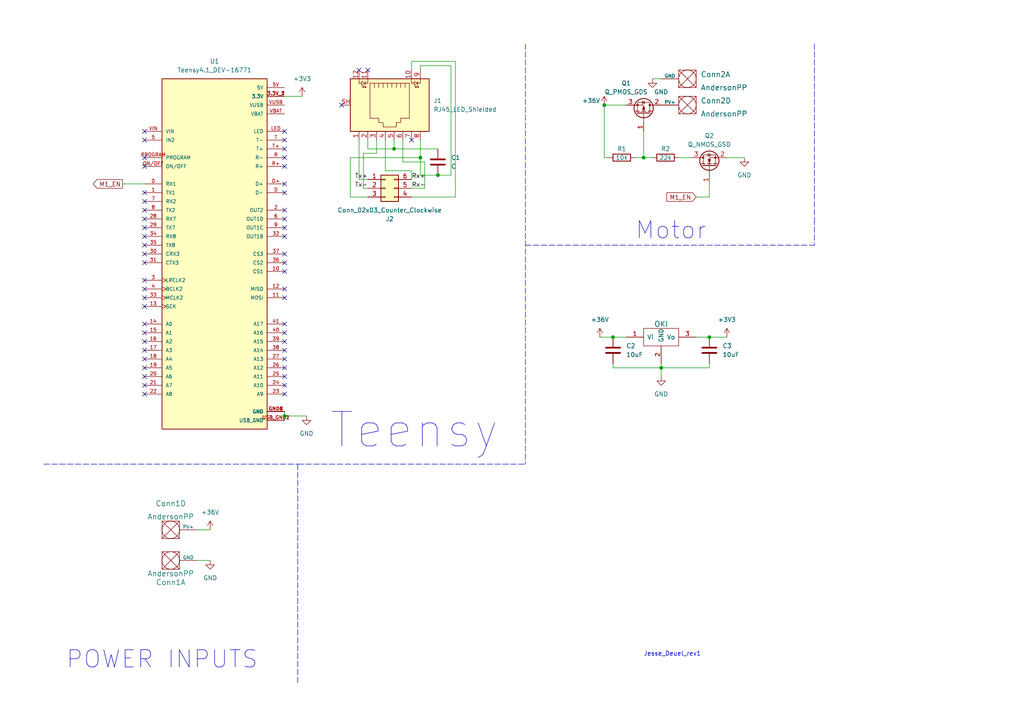
<source format=kicad_sch>
(kicad_sch (version 20211123) (generator eeschema)
  (paper "A4")
  (lib_symbols
    (symbol "Connector:RJ45_LED_Shielded" (pin_names (offset 1.016))
      (property "Reference" "J" (at -5.08 13.97 0))
      (property "Value" "RJ45_LED_Shielded" (at 1.27 13.97 0))
      (symbol "RJ45_LED_Shielded_0_1"
        (polyline (pts (xy -7.62 -7.62) (xy -6.35 -7.62)))
        (polyline (pts (xy -7.62 -5.08) (xy -6.35 -5.08)))
        (polyline (pts (xy -7.62 7.62) (xy -6.35 7.62)))
        (polyline (pts (xy -7.62 10.16) (xy -6.35 10.16)))
        (polyline (pts (xy -6.858 -5.842) (xy -5.842 -5.842)))
        (polyline (pts (xy -6.858 9.398) (xy -5.842 9.398)))
        (polyline (pts (xy -6.35 -7.62) (xy -6.35 -6.858)))
        (polyline (pts (xy -6.35 -5.08) (xy -6.35 -5.842)))
        (polyline (pts (xy -6.35 7.62) (xy -6.35 8.382)))
        (polyline (pts (xy -6.35 10.16) (xy -6.35 9.398)))
        (polyline (pts (xy -5.08 -6.223) (xy -5.207 -6.604)))
        (polyline (pts (xy -5.08 -5.588) (xy -5.207 -5.969)))
        (polyline (pts (xy -5.08 4.445) (xy -6.35 4.445)))
        (polyline (pts (xy -5.08 5.715) (xy -6.35 5.715)))
        (polyline (pts (xy -5.08 9.017) (xy -5.207 8.636)))
        (polyline (pts (xy -5.08 9.652) (xy -5.207 9.271)))
        (polyline (pts (xy -6.35 -3.175) (xy -5.08 -3.175) (xy -5.08 -3.175)))
        (polyline (pts (xy -6.35 -1.905) (xy -5.08 -1.905) (xy -5.08 -1.905)))
        (polyline (pts (xy -6.35 -0.635) (xy -5.08 -0.635) (xy -5.08 -0.635)))
        (polyline (pts (xy -6.35 0.635) (xy -5.08 0.635) (xy -5.08 0.635)))
        (polyline (pts (xy -6.35 1.905) (xy -5.08 1.905) (xy -5.08 1.905)))
        (polyline (pts (xy -5.588 -6.731) (xy -5.08 -6.223) (xy -5.461 -6.35)))
        (polyline (pts (xy -5.588 -6.096) (xy -5.08 -5.588) (xy -5.461 -5.715)))
        (polyline (pts (xy -5.588 8.509) (xy -5.08 9.017) (xy -5.461 8.89)))
        (polyline (pts (xy -5.588 9.144) (xy -5.08 9.652) (xy -5.461 9.525)))
        (polyline (pts (xy -5.08 3.175) (xy -6.35 3.175) (xy -6.35 3.175)))
        (polyline (pts (xy -6.35 -5.842) (xy -6.858 -6.858) (xy -5.842 -6.858) (xy -6.35 -5.842)))
        (polyline (pts (xy -6.35 9.398) (xy -6.858 8.382) (xy -5.842 8.382) (xy -6.35 9.398)))
        (polyline (pts (xy -6.35 -4.445) (xy -6.35 6.985) (xy 3.81 6.985) (xy 3.81 4.445) (xy 5.08 4.445) (xy 5.08 3.175) (xy 6.35 3.175) (xy 6.35 -0.635) (xy 5.08 -0.635) (xy 5.08 -1.905) (xy 3.81 -1.905) (xy 3.81 -4.445) (xy -6.35 -4.445) (xy -6.35 -4.445)))
        (rectangle (start 7.62 12.7) (end -7.62 -10.16) (stroke (width 0.254)) (fill (type background)))
      )
      (symbol "RJ45_LED_Shielded_1_1"
        (pin passive line (at 10.16 -7.62 180) (length 2.54) (name "~") (number "1"))
        (pin passive line (at -10.16 7.62 0) (length 2.54) (name "~") (number "10"))
        (pin passive line (at -10.16 -5.08 0) (length 2.54) (name "~") (number "11"))
        (pin passive line (at -10.16 -7.62 0) (length 2.54) (name "~") (number "12"))
        (pin passive line (at 10.16 -5.08 180) (length 2.54) (name "~") (number "2"))
        (pin passive line (at 10.16 -2.54 180) (length 2.54) (name "~") (number "3"))
        (pin passive line (at 10.16 0 180) (length 2.54) (name "~") (number "4"))
        (pin passive line (at 10.16 2.54 180) (length 2.54) (name "~") (number "5"))
        (pin passive line (at 10.16 5.08 180) (length 2.54) (name "~") (number "6"))
        (pin passive line (at 10.16 7.62 180) (length 2.54) (name "~") (number "7"))
        (pin passive line (at 10.16 10.16 180) (length 2.54) (name "~") (number "8"))
        (pin passive line (at -10.16 10.16 0) (length 2.54) (name "~") (number "9"))
        (pin passive line (at 0 -12.7 90) (length 2.54) (name "~") (number "SH"))
      )
    )
    (symbol "Connector_Generic:Conn_02x03_Counter_Clockwise" (pin_names (offset 1.016) hide)
      (property "Reference" "J" (at 1.27 5.08 0))
      (property "Value" "Conn_02x03_Counter_Clockwise" (at 1.27 -5.08 0))
      (symbol "Conn_02x03_Counter_Clockwise_1_1"
        (rectangle (start -1.27 -2.413) (end 0 -2.667) (stroke (width 0.1524)))
        (rectangle (start -1.27 0.127) (end 0 -0.127) (stroke (width 0.1524)))
        (rectangle (start -1.27 2.667) (end 0 2.413) (stroke (width 0.1524)))
        (rectangle (start -1.27 3.81) (end 3.81 -3.81) (stroke (width 0.254)) (fill (type background)))
        (rectangle (start 3.81 -2.413) (end 2.54 -2.667) (stroke (width 0.1524)))
        (rectangle (start 3.81 0.127) (end 2.54 -0.127) (stroke (width 0.1524)))
        (rectangle (start 3.81 2.667) (end 2.54 2.413) (stroke (width 0.1524)))
        (pin passive line (at -5.08 2.54 0) (length 3.81) (name "Pin_1") (number "1"))
        (pin passive line (at -5.08 0 0) (length 3.81) (name "Pin_2") (number "2"))
        (pin passive line (at -5.08 -2.54 0) (length 3.81) (name "Pin_3") (number "3"))
        (pin passive line (at 7.62 -2.54 180) (length 3.81) (name "Pin_4") (number "4"))
        (pin passive line (at 7.62 0 180) (length 3.81) (name "Pin_5") (number "5"))
        (pin passive line (at 7.62 2.54 180) (length 3.81) (name "Pin_6") (number "6"))
      )
    )
    (symbol "Device:C" (pin_numbers hide) (pin_names (offset 0.254))
      (property "Reference" "C" (at 0.635 2.54 0))
      (property "Value" "C" (at 0.635 -2.54 0))
      (symbol "C_0_1"
        (polyline (pts (xy -2.032 -0.762) (xy 2.032 -0.762)) (stroke (width 0.508)))
        (polyline (pts (xy -2.032 0.762) (xy 2.032 0.762)) (stroke (width 0.508)))
      )
      (symbol "C_1_1"
        (pin passive line (at 0 3.81 270) (length 2.794) (name "~") (number "1"))
        (pin passive line (at 0 -3.81 90) (length 2.794) (name "~") (number "2"))
      )
    )
    (symbol "Device:Q_NMOS_GSD" (pin_names (offset 0) hide)
      (property "Reference" "Q" (at 5.08 1.27 0))
      (property "Value" "Q_NMOS_GSD" (at 5.08 -1.27 0))
      (symbol "Q_NMOS_GSD_0_1"
        (polyline (pts (xy 0.254 0) (xy -2.54 0)))
        (polyline (pts (xy 0.254 1.905) (xy 0.254 -1.905)) (stroke (width 0.254)))
        (polyline (pts (xy 0.762 -1.27) (xy 0.762 -2.286)) (stroke (width 0.254)))
        (polyline (pts (xy 0.762 0.508) (xy 0.762 -0.508)) (stroke (width 0.254)))
        (polyline (pts (xy 0.762 2.286) (xy 0.762 1.27)) (stroke (width 0.254)))
        (polyline (pts (xy 2.54 2.54) (xy 2.54 1.778)))
        (polyline (pts (xy 2.54 -2.54) (xy 2.54 0) (xy 0.762 0)))
        (polyline (pts (xy 0.762 -1.778) (xy 3.302 -1.778) (xy 3.302 1.778) (xy 0.762 1.778)))
        (polyline (pts (xy 1.016 0) (xy 2.032 0.381) (xy 2.032 -0.381) (xy 1.016 0)) (fill (type outline)))
        (polyline (pts (xy 2.794 0.508) (xy 2.921 0.381) (xy 3.683 0.381) (xy 3.81 0.254)))
        (polyline (pts (xy 3.302 0.381) (xy 2.921 -0.254) (xy 3.683 -0.254) (xy 3.302 0.381)))
        (circle (center 1.651 0) (radius 2.794) (stroke (width 0.254)))
        (circle (center 2.54 -1.778) (radius 0.254) (fill (type outline)))
        (circle (center 2.54 1.778) (radius 0.254) (fill (type outline)))
      )
      (symbol "Q_NMOS_GSD_1_1"
        (pin input line (at -5.08 0 0) (length 2.54) (name "G") (number "1"))
        (pin passive line (at 2.54 -5.08 90) (length 2.54) (name "S") (number "2"))
        (pin passive line (at 2.54 5.08 270) (length 2.54) (name "D") (number "3"))
      )
    )
    (symbol "Device:Q_PMOS_GDS" (pin_names (offset 0) hide)
      (property "Reference" "Q" (at 5.08 1.27 0))
      (property "Value" "Q_PMOS_GDS" (at 5.08 -1.27 0))
      (symbol "Q_PMOS_GDS_0_1"
        (polyline (pts (xy 0.254 0) (xy -2.54 0)))
        (polyline (pts (xy 0.254 1.905) (xy 0.254 -1.905)) (stroke (width 0.254)))
        (polyline (pts (xy 0.762 -1.27) (xy 0.762 -2.286)) (stroke (width 0.254)))
        (polyline (pts (xy 0.762 0.508) (xy 0.762 -0.508)) (stroke (width 0.254)))
        (polyline (pts (xy 0.762 2.286) (xy 0.762 1.27)) (stroke (width 0.254)))
        (polyline (pts (xy 2.54 2.54) (xy 2.54 1.778)))
        (polyline (pts (xy 2.54 -2.54) (xy 2.54 0) (xy 0.762 0)))
        (polyline (pts (xy 0.762 1.778) (xy 3.302 1.778) (xy 3.302 -1.778) (xy 0.762 -1.778)))
        (polyline (pts (xy 2.286 0) (xy 1.27 0.381) (xy 1.27 -0.381) (xy 2.286 0)) (fill (type outline)))
        (polyline (pts (xy 2.794 -0.508) (xy 2.921 -0.381) (xy 3.683 -0.381) (xy 3.81 -0.254)))
        (polyline (pts (xy 3.302 -0.381) (xy 2.921 0.254) (xy 3.683 0.254) (xy 3.302 -0.381)))
        (circle (center 1.651 0) (radius 2.794) (stroke (width 0.254)))
        (circle (center 2.54 -1.778) (radius 0.254) (fill (type outline)))
        (circle (center 2.54 1.778) (radius 0.254) (fill (type outline)))
      )
      (symbol "Q_PMOS_GDS_1_1"
        (pin input line (at -5.08 0 0) (length 2.54) (name "G") (number "1"))
        (pin passive line (at 2.54 5.08 270) (length 2.54) (name "D") (number "2"))
        (pin passive line (at 2.54 -5.08 90) (length 2.54) (name "S") (number "3"))
      )
    )
    (symbol "Device:R" (pin_numbers hide) (pin_names (offset 0))
      (property "Reference" "R" (at 2.032 0 90))
      (property "Value" "R" (at 0 0 90))
      (symbol "R_0_1"
        (rectangle (start -1.016 -2.54) (end 1.016 2.54) (stroke (width 0.254)))
      )
      (symbol "R_1_1"
        (pin passive line (at 0 3.81 270) (length 1.27) (name "~") (number "1"))
        (pin passive line (at 0 -3.81 90) (length 1.27) (name "~") (number "2"))
      )
    )
    (symbol "MRDT_Connectors:AndersonPP" (pin_numbers hide) (pin_names (offset 0))
      (property "Reference" "Conn" (at 3.81 -1.27 0))
      (property "Value" "AndersonPP" (at 2.54 6.35 0))
      (symbol "AndersonPP_0_1"
        (polyline (pts (xy 0 5.08) (xy 5.08 0)))
        (polyline (pts (xy 5.08 5.08) (xy 0 0)))
        (rectangle (start 0 0) (end 5.08 5.08))
        (circle (center 2.54 2.54) (radius 2.54))
      )
      (symbol "AndersonPP_1_1"
        (pin input line (at 10.16 2.54 180) (length 5.08) (name "GND") (number "1"))
      )
      (symbol "AndersonPP_2_1"
        (pin input line (at 10.16 2.54 180) (length 5.08) (name "V+Log") (number "2"))
      )
      (symbol "AndersonPP_3_1"
        (pin input line (at 10.16 2.54 180) (length 5.08) (name "V+Act") (number "3"))
      )
      (symbol "AndersonPP_4_1"
        (pin input line (at 10.16 2.54 180) (length 5.08) (name "PV+") (number "4"))
      )
      (symbol "AndersonPP_5_1"
        (pin input line (at 10.16 2.54 180) (length 5.08) (name "~") (number "1"))
      )
    )
    (symbol "MRDT_Devices:OKI" (pin_names (offset 1.016))
      (property "Value" "OKI" (at 5.08 6.35 0))
      (symbol "OKI_0_1"
        (rectangle (start 0 0) (end 10.16 5.08))
      )
      (symbol "OKI_1_1"
        (pin input line (at -5.08 2.54 0) (length 5.08) (name "Vi") (number "1"))
        (pin output line (at 5.08 -5.08 90) (length 5.08) (name "GND") (number "2"))
        (pin output line (at 15.24 2.54 180) (length 5.08) (name "Vo") (number "3"))
      )
    )
    (symbol "MRDT_Shields:Teensy4.1_DEV-16771" (pin_names (offset 1.016))
      (property "Reference" "U" (at -15.24 52.07 0))
      (property "Value" "Teensy4.1_DEV-16771" (at -15.24 -53.34 0))
      (symbol "Teensy4.1_DEV-16771_0_0"
        (rectangle (start -15.24 -50.8) (end 15.24 50.8) (stroke (width 0.254)) (fill (type background)))
        (pin bidirectional line (at -20.32 20.32 0) (length 5.08) (name "RX1") (number "0"))
        (pin bidirectional line (at -20.32 17.78 0) (length 5.08) (name "TX1") (number "1"))
        (pin bidirectional line (at 20.32 -5.08 180) (length 5.08) (name "CS1") (number "10"))
        (pin bidirectional line (at 20.32 -12.7 180) (length 5.08) (name "MOSI") (number "11"))
        (pin bidirectional line (at 20.32 -10.16 180) (length 5.08) (name "MISO") (number "12"))
        (pin bidirectional clock (at -20.32 -15.24 0) (length 5.08) (name "SCK") (number "13"))
        (pin bidirectional line (at -20.32 -20.32 0) (length 5.08) (name "A0") (number "14"))
        (pin bidirectional line (at -20.32 -22.86 0) (length 5.08) (name "A1") (number "15"))
        (pin bidirectional line (at -20.32 -25.4 0) (length 5.08) (name "A2") (number "16"))
        (pin bidirectional line (at -20.32 -27.94 0) (length 5.08) (name "A3") (number "17"))
        (pin bidirectional line (at -20.32 -30.48 0) (length 5.08) (name "A4") (number "18"))
        (pin bidirectional line (at -20.32 -33.02 0) (length 5.08) (name "A5") (number "19"))
        (pin output line (at 20.32 12.7 180) (length 5.08) (name "OUT2") (number "2"))
        (pin bidirectional line (at -20.32 -35.56 0) (length 5.08) (name "A6") (number "20"))
        (pin bidirectional line (at -20.32 -38.1 0) (length 5.08) (name "A7") (number "21"))
        (pin bidirectional line (at -20.32 -40.64 0) (length 5.08) (name "A8") (number "22"))
        (pin bidirectional line (at 20.32 -40.64 180) (length 5.08) (name "A9") (number "23"))
        (pin bidirectional line (at 20.32 -38.1 180) (length 5.08) (name "A10") (number "24"))
        (pin bidirectional line (at 20.32 -35.56 180) (length 5.08) (name "A11") (number "25"))
        (pin bidirectional line (at 20.32 -33.02 180) (length 5.08) (name "A12") (number "26"))
        (pin bidirectional line (at 20.32 -30.48 180) (length 5.08) (name "A13") (number "27"))
        (pin bidirectional line (at -20.32 10.16 0) (length 5.08) (name "RX7") (number "28"))
        (pin bidirectional line (at -20.32 7.62 0) (length 5.08) (name "TX7") (number "29"))
        (pin bidirectional clock (at -20.32 -7.62 0) (length 5.08) (name "LRCLK2") (number "3"))
        (pin power_in line (at 20.32 45.72 180) (length 5.08) (name "3.3V") (number "3.3V_1"))
        (pin power_in line (at 20.32 45.72 180) (length 5.08) (name "3.3V") (number "3.3V_2"))
        (pin power_in line (at 20.32 45.72 180) (length 5.08) (name "3.3V") (number "3.3V_3"))
        (pin bidirectional line (at -20.32 0 0) (length 5.08) (name "CRX3") (number "30"))
        (pin bidirectional line (at -20.32 -2.54 0) (length 5.08) (name "CTX3") (number "31"))
        (pin output line (at 20.32 5.08 180) (length 5.08) (name "OUT1B") (number "32"))
        (pin bidirectional clock (at -20.32 -12.7 0) (length 5.08) (name "MCLK2") (number "33"))
        (pin bidirectional line (at -20.32 5.08 0) (length 5.08) (name "RX8") (number "34"))
        (pin bidirectional line (at -20.32 2.54 0) (length 5.08) (name "TX8") (number "35"))
        (pin bidirectional line (at 20.32 -2.54 180) (length 5.08) (name "CS2") (number "36"))
        (pin bidirectional line (at 20.32 0 180) (length 5.08) (name "CS3") (number "37"))
        (pin bidirectional line (at 20.32 -27.94 180) (length 5.08) (name "A14") (number "38"))
        (pin bidirectional line (at 20.32 -25.4 180) (length 5.08) (name "A15") (number "39"))
        (pin bidirectional clock (at -20.32 -10.16 0) (length 5.08) (name "BCLK2") (number "4"))
        (pin bidirectional line (at 20.32 -22.86 180) (length 5.08) (name "A16") (number "40"))
        (pin bidirectional line (at 20.32 -20.32 180) (length 5.08) (name "A17") (number "41"))
        (pin bidirectional line (at -20.32 33.02 0) (length 5.08) (name "IN2") (number "5"))
        (pin power_in line (at 20.32 48.26 180) (length 5.08) (name "5V") (number "5V"))
        (pin output line (at 20.32 10.16 180) (length 5.08) (name "OUT1D") (number "6"))
        (pin bidirectional line (at -20.32 15.24 0) (length 5.08) (name "RX2") (number "7"))
        (pin bidirectional line (at -20.32 12.7 0) (length 5.08) (name "TX2") (number "8"))
        (pin output line (at 20.32 7.62 180) (length 5.08) (name "OUT1C") (number "9"))
        (pin bidirectional line (at 20.32 17.78 180) (length 5.08) (name "D-") (number "D"))
        (pin bidirectional line (at 20.32 20.32 180) (length 5.08) (name "D+") (number "D+"))
        (pin power_in line (at 20.32 -45.72 180) (length 5.08) (name "GND") (number "GND1"))
        (pin power_in line (at 20.32 -45.72 180) (length 5.08) (name "GND") (number "GND2"))
        (pin power_in line (at 20.32 -45.72 180) (length 5.08) (name "GND") (number "GND3"))
        (pin power_in line (at 20.32 -45.72 180) (length 5.08) (name "GND") (number "GND4"))
        (pin power_in line (at 20.32 -45.72 180) (length 5.08) (name "GND") (number "GND5"))
        (pin bidirectional line (at 20.32 35.56 180) (length 5.08) (name "LED") (number "LED"))
        (pin bidirectional line (at -20.32 25.4 0) (length 5.08) (name "ON/OFF") (number "ON/OFF"))
        (pin bidirectional line (at -20.32 27.94 0) (length 5.08) (name "PROGRAM") (number "PROGRAM"))
        (pin bidirectional line (at 20.32 27.94 180) (length 5.08) (name "R-") (number "R"))
        (pin bidirectional line (at 20.32 25.4 180) (length 5.08) (name "R+") (number "R+"))
        (pin bidirectional line (at 20.32 33.02 180) (length 5.08) (name "T-") (number "T"))
        (pin bidirectional line (at 20.32 30.48 180) (length 5.08) (name "T+") (number "T+"))
        (pin power_in line (at 20.32 -48.26 180) (length 5.08) (name "USB_GND") (number "USB_GND1"))
        (pin power_in line (at 20.32 -48.26 180) (length 5.08) (name "USB_GND") (number "USB_GND2"))
        (pin passive line (at 20.32 40.64 180) (length 5.08) (name "VBAT") (number "VBAT"))
        (pin input line (at -20.32 35.56 0) (length 5.08) (name "VIN") (number "VIN"))
        (pin passive line (at 20.32 43.18 180) (length 5.08) (name "VUSB") (number "VUSB"))
      )
    )
    (symbol "power:+36V" (power) (pin_names (offset 0))
      (property "Value" "+36V" (at 0 3.556 0))
      (symbol "+36V_0_1"
        (polyline (pts (xy -0.762 1.27) (xy 0 2.54)))
        (polyline (pts (xy 0 0) (xy 0 2.54)))
        (polyline (pts (xy 0 2.54) (xy 0.762 1.27)))
      )
      (symbol "+36V_1_1"
        (pin power_in line (at 0 0 90) (length 0) hide (name "+36V") (number "1"))
      )
    )
    (symbol "power:+3V3" (power) (pin_names (offset 0))
      (property "Value" "+3V3" (at 0 3.556 0))
      (symbol "+3V3_0_1"
        (polyline (pts (xy -0.762 1.27) (xy 0 2.54)))
        (polyline (pts (xy 0 0) (xy 0 2.54)))
        (polyline (pts (xy 0 2.54) (xy 0.762 1.27)))
      )
      (symbol "+3V3_1_1"
        (pin power_in line (at 0 0 90) (length 0) hide (name "+3V3") (number "1"))
      )
    )
    (symbol "power:GND" (power) (pin_names (offset 0))
      (property "Value" "GND" (at 0 -3.81 0))
      (symbol "GND_0_1"
        (polyline (pts (xy 0 0) (xy 0 -1.27) (xy 1.27 -1.27) (xy 0 -2.54) (xy -1.27 -1.27) (xy 0 -1.27)))
      )
      (symbol "GND_1_1"
        (pin power_in line (at 0 0 270) (length 0) hide (name "GND") (number "1"))
      )
    )
  )
  (junction (at 121.92 45.72))
  (junction (at 127 50.8))
  (junction (at 191.77 106.68))
  (junction (at 82.55 120.65))
  (junction (at 186.69 45.72))
  (junction (at 114.3 43.18))
  (junction (at 205.74 97.79))
  (junction (at 175.26 30.48))
  (junction (at 177.8 97.79))
  (no_connect (at 82.55 38.1))
  (no_connect (at 82.55 40.64))
  (no_connect (at 82.55 43.18))
  (no_connect (at 82.55 45.72))
  (no_connect (at 82.55 55.88))
  (no_connect (at 82.55 60.96))
  (no_connect (at 82.55 63.5))
  (no_connect (at 82.55 66.04))
  (no_connect (at 41.91 45.72))
  (no_connect (at 41.91 40.64))
  (no_connect (at 41.91 38.1))
  (no_connect (at 82.55 111.76))
  (no_connect (at 82.55 114.3))
  (no_connect (at 41.91 114.3))
  (no_connect (at 41.91 111.76))
  (no_connect (at 41.91 109.22))
  (no_connect (at 41.91 106.68))
  (no_connect (at 41.91 104.14))
  (no_connect (at 41.91 101.6))
  (no_connect (at 41.91 99.06))
  (no_connect (at 82.55 48.26))
  (no_connect (at 82.55 53.34))
  (no_connect (at 41.91 48.26))
  (no_connect (at 82.55 68.58))
  (no_connect (at 82.55 73.66))
  (no_connect (at 82.55 76.2))
  (no_connect (at 82.55 78.74))
  (no_connect (at 82.55 83.82))
  (no_connect (at 82.55 86.36))
  (no_connect (at 82.55 93.98))
  (no_connect (at 82.55 96.52))
  (no_connect (at 82.55 99.06))
  (no_connect (at 82.55 101.6))
  (no_connect (at 82.55 104.14))
  (no_connect (at 82.55 106.68))
  (no_connect (at 82.55 109.22))
  (no_connect (at 41.91 96.52))
  (no_connect (at 41.91 93.98))
  (no_connect (at 41.91 88.9))
  (no_connect (at 41.91 86.36))
  (no_connect (at 41.91 83.82))
  (no_connect (at 41.91 81.28))
  (no_connect (at 41.91 76.2))
  (no_connect (at 41.91 73.66))
  (no_connect (at 41.91 71.12))
  (no_connect (at 41.91 68.58))
  (no_connect (at 41.91 66.04))
  (no_connect (at 41.91 63.5))
  (no_connect (at 41.91 60.96))
  (no_connect (at 41.91 58.42))
  (no_connect (at 41.91 55.88))
  (no_connect (at 119.38 40.64))
  (no_connect (at 106.68 20.32))
  (no_connect (at 104.14 20.32))
  (no_connect (at 99.06 30.48))
  (wire (pts (xy 132.08 17.78) (xy 119.38 17.78)))
  (wire (pts (xy 196.85 45.72) (xy 200.66 45.72)))
  (wire (pts (xy 104.14 52.07) (xy 104.14 40.64)))
  (wire (pts (xy 205.74 105.41) (xy 205.74 106.68)))
  (wire (pts (xy 105.41 44.45) (xy 109.22 44.45)))
  (wire (pts (xy 106.68 57.15) (xy 101.6 57.15)))
  (wire (pts (xy 121.92 19.05) (xy 121.92 20.32)))
  (wire (pts (xy 121.92 45.72) (xy 121.92 40.64)))
  (wire (pts (xy 82.55 119.38) (xy 82.55 120.65)))
  (wire (pts (xy 101.6 57.15) (xy 101.6 45.72)))
  (wire (pts (xy 111.76 40.64) (xy 111.76 49.53)))
  (wire (pts (xy 57.15 153.67) (xy 60.96 153.67)))
  (polyline (pts (xy 152.4 12.7) (xy 152.4 134.62)))
  (wire (pts (xy 130.81 19.05) (xy 121.92 19.05)))
  (wire (pts (xy 105.41 54.61) (xy 105.41 44.45)))
  (wire (pts (xy 201.93 97.79) (xy 205.74 97.79)))
  (polyline (pts (xy 86.36 134.62) (xy 86.36 198.12)))
  (wire (pts (xy 130.81 50.8) (xy 130.81 19.05)))
  (wire (pts (xy 82.55 120.65) (xy 88.9 120.65)))
  (wire (pts (xy 132.08 57.15) (xy 132.08 17.78)))
  (wire (pts (xy 123.19 46.99) (xy 116.84 46.99)))
  (wire (pts (xy 106.68 54.61) (xy 105.41 54.61)))
  (wire (pts (xy 175.26 30.48) (xy 181.61 30.48)))
  (wire (pts (xy 175.26 30.48) (xy 175.26 45.72)))
  (wire (pts (xy 205.74 53.34) (xy 205.74 57.15)))
  (wire (pts (xy 189.23 22.86) (xy 191.77 22.86)))
  (wire (pts (xy 123.19 54.61) (xy 123.19 46.99)))
  (wire (pts (xy 114.3 43.18) (xy 127 43.18)))
  (polyline (pts (xy 152.4 71.12) (xy 236.22 71.12)))
  (wire (pts (xy 119.38 54.61) (xy 123.19 54.61)))
  (wire (pts (xy 184.15 45.72) (xy 186.69 45.72)))
  (polyline (pts (xy 12.7 134.62) (xy 86.36 134.62)))
  (wire (pts (xy 82.55 120.65) (xy 82.55 121.92)))
  (wire (pts (xy 119.38 52.07) (xy 119.38 49.53)))
  (wire (pts (xy 186.69 38.1) (xy 186.69 45.72)))
  (wire (pts (xy 82.55 27.94) (xy 87.63 27.94)))
  (wire (pts (xy 177.8 106.68) (xy 191.77 106.68)))
  (wire (pts (xy 210.82 45.72) (xy 215.9 45.72)))
  (wire (pts (xy 205.74 57.15) (xy 201.93 57.15)))
  (wire (pts (xy 127 50.8) (xy 121.92 50.8)))
  (wire (pts (xy 116.84 46.99) (xy 116.84 40.64)))
  (wire (pts (xy 205.74 97.79) (xy 210.82 97.79)))
  (wire (pts (xy 127 50.8) (xy 130.81 50.8)))
  (wire (pts (xy 114.3 43.18) (xy 114.3 40.64)))
  (wire (pts (xy 191.77 106.68) (xy 191.77 109.22)))
  (wire (pts (xy 186.69 45.72) (xy 189.23 45.72)))
  (wire (pts (xy 101.6 45.72) (xy 121.92 45.72)))
  (wire (pts (xy 119.38 17.78) (xy 119.38 20.32)))
  (wire (pts (xy 175.26 45.72) (xy 176.53 45.72)))
  (wire (pts (xy 119.38 57.15) (xy 132.08 57.15)))
  (polyline (pts (xy 236.22 63.5) (xy 236.22 71.12)))
  (wire (pts (xy 119.38 49.53) (xy 111.76 49.53)))
  (wire (pts (xy 109.22 44.45) (xy 109.22 40.64)))
  (wire (pts (xy 177.8 105.41) (xy 177.8 106.68)))
  (wire (pts (xy 121.92 45.72) (xy 121.92 50.8)))
  (polyline (pts (xy 86.36 134.62) (xy 152.4 134.62)))
  (wire (pts (xy 106.68 43.18) (xy 114.3 43.18)))
  (polyline (pts (xy 236.22 12.7) (xy 236.22 63.5)))
  (wire (pts (xy 205.74 106.68) (xy 191.77 106.68)))
  (wire (pts (xy 106.68 40.64) (xy 106.68 43.18)))
  (wire (pts (xy 57.15 162.56) (xy 60.96 162.56)))
  (wire (pts (xy 191.77 105.41) (xy 191.77 106.68)))
  (wire (pts (xy 173.99 97.79) (xy 177.8 97.79)))
  (wire (pts (xy 177.8 97.79) (xy 181.61 97.79)))
  (wire (pts (xy 106.68 52.07) (xy 104.14 52.07)))
  (wire (pts (xy 35.56 53.34) (xy 41.91 53.34)))
  (text "Teensy" (at 95.25 130.81 0) (effects (font (size 10 10)) (justify left bottom)))
  (text "POWER INPUTS" (at 19.05 194.31 0) (effects (font (size 5 5)) (justify left bottom)))
  (text "Motor" (at 184.15 69.85 0) (effects (font (size 5 5)) (justify left bottom)))
  (text "Jesse_Deuel_rev1\n" (at 186.69 190.5 0) (effects (font (size 1.27 1.27)) (justify left bottom)))
  (label "Rx-" (at 119.38 54.61 0))
  (label "Tx-" (at 106.68 54.61 180))
  (label "Tx+" (at 106.68 52.07 180))
  (label "Rx+" (at 119.38 52.07 0))
  (global_label "M1_EN" (shape output) (at 35.56 53.34 180) (property "Intersheet References" "${INTERSHEET_REFS}" (effects hide)))
  (global_label "M1_EN" (shape input) (at 201.93 57.15 180) (property "Intersheet References" "${INTERSHEET_REFS}" (effects hide)))
  (symbol (lib_id "Device:C") (at 127 46.99 0) (unit 1)
    (property "Reference" "C1" (at 130.81 45.7199 0) (effects (justify left)))
    (property "Value" "C" (at 130.81 48.2599 0) (effects (justify left)))
    (property "Footprint" "Capacitor_SMD:C_0603_1608Metric_Pad1.08x0.95mm_HandSolder" (effects hide))
  )
  (symbol (lib_id "power:GND") (at 60.96 162.56 0) (unit 1)
    (property "Reference" "#PWR02" (effects hide))
    (property "Value" "GND" (at 60.96 167.64 0))
  )
  (symbol (lib_id "MRDT_Devices:OKI") (at 186.69 100.33 0) (unit 1)
    (property "Reference" "U2" (effects hide))
    (property "Value" "OKI" (at 191.77 93.98 0) (effects (font (size 1.524 1.524))))
    (property "Footprint" "MRDT_Devices:OKI_Horizontal" (effects hide))
  )
  (symbol (lib_id "MRDT_Connectors:AndersonPP") (at 201.93 20.32 180) (unit 1)
    (property "Reference" "Conn2" (at 203.2 21.59 0) (effects (font (size 1.524 1.524)) (justify right)))
    (property "Value" "AndersonPP" (at 203.2 25.4 0) (effects (font (size 1.524 1.524)) (justify right)))
    (property "Footprint" "MRDT_Connectors:Square_Anderson_2_H_Side_By_Side_PV" (effects hide))
  )
  (symbol (lib_id "power:+36V") (at 173.99 97.79 0) (unit 1)
    (property "Reference" "#PWR08" (effects hide))
    (property "Value" "+36V" (at 173.99 92.71 0))
  )
  (symbol (lib_id "power:+36V") (at 175.26 30.48 0) (unit 1)
    (property "Reference" "#PWR05" (effects hide))
    (property "Value" "+36V" (at 171.45 29.21 0))
  )
  (symbol (lib_id "Device:C") (at 205.74 101.6 0) (unit 1)
    (property "Reference" "C3" (at 209.55 100.3299 0) (effects (justify left)))
    (property "Value" "10uF" (at 209.55 102.8699 0) (effects (justify left)))
    (property "Footprint" "Capacitor_SMD:C_0603_1608Metric_Pad1.08x0.95mm_HandSolder" (effects hide))
  )
  (symbol (lib_id "Device:C") (at 177.8 101.6 0) (unit 1)
    (property "Reference" "C2" (at 181.61 100.3299 0) (effects (justify left)))
    (property "Value" "10uF" (at 181.61 102.8699 0) (effects (justify left)))
    (property "Footprint" "Capacitor_SMD:C_0603_1608Metric_Pad1.08x0.95mm_HandSolder" (effects hide))
  )
  (symbol (lib_id "power:GND") (at 191.77 109.22 0) (unit 1)
    (property "Reference" "#PWR09" (effects hide))
    (property "Value" "GND" (at 191.77 114.3 0))
  )
  (symbol (lib_id "Connector_Generic:Conn_02x03_Counter_Clockwise") (at 111.76 54.61 0) (unit 1)
    (property "Reference" "J2" (at 113.03 63.5 0))
    (property "Value" "Conn_02x03_Counter_Clockwise" (at 113.03 60.96 0))
    (property "Footprint" "Connector_PinHeader_2.00mm:PinHeader_2x03_P2.00mm_Vertical" (effects hide))
  )
  (symbol (lib_id "MRDT_Connectors:AndersonPP") (at 46.99 165.1 0) (unit 1)
    (property "Reference" "Conn1" (at 49.53 168.91 0) (effects (font (size 1.524 1.524))))
    (property "Value" "AndersonPP" (at 49.53 166.37 0) (effects (font (size 1.524 1.524))))
    (property "Footprint" "MRDT_Connectors:Square_Anderson_2_H_Side_By_Side_PV" (effects hide))
  )
  (symbol (lib_id "power:GND") (at 88.9 120.65 0) (unit 1)
    (property "Reference" "#PWR04" (effects hide))
    (property "Value" "GND" (at 88.9 125.73 0))
  )
  (symbol (lib_id "MRDT_Connectors:AndersonPP") (at 201.93 27.94 180) (unit 4)
    (property "Reference" "Conn2" (at 203.2 29.21 0) (effects (font (size 1.524 1.524)) (justify right)))
    (property "Value" "AndersonPP" (at 203.2 33.02 0) (effects (font (size 1.524 1.524)) (justify right)))
    (property "Footprint" "MRDT_Connectors:Square_Anderson_2_H_Side_By_Side_PV" (effects hide))
  )
  (symbol (lib_id "Connector:RJ45_LED_Shielded") (at 111.76 30.48 270) (unit 1)
    (property "Reference" "J1" (at 125.73 29.2099 90) (effects (justify left)))
    (property "Value" "RJ45_LED_Shielded" (at 125.73 31.7499 90) (effects (justify left)))
    (property "Footprint" "MRDT_Connectors:RJ45_Teensy" (effects hide))
  )
  (symbol (lib_id "power:GND") (at 189.23 22.86 0) (unit 1)
    (property "Reference" "#PWR06" (effects hide))
    (property "Value" "GND" (at 191.77 26.67 0))
  )
  (symbol (lib_id "Device:Q_NMOS_GSD") (at 205.74 48.26 90) (unit 1)
    (property "Reference" "Q2" (at 205.74 39.37 90))
    (property "Value" "Q_NMOS_GSD" (at 205.74 41.91 90))
    (property "Footprint" "Package_TO_SOT_SMD:SOT-23" (effects hide))
  )
  (symbol (lib_id "power:+36V") (at 60.96 153.67 0) (unit 1)
    (property "Reference" "#PWR01" (effects hide))
    (property "Value" "+36V" (at 60.96 148.59 0))
  )
  (symbol (lib_id "MRDT_Connectors:AndersonPP") (at 46.99 156.21 0) (unit 4)
    (property "Reference" "Conn1" (at 49.53 146.05 0) (effects (font (size 1.524 1.524))))
    (property "Value" "AndersonPP" (at 49.53 149.86 0) (effects (font (size 1.524 1.524))))
    (property "Footprint" "MRDT_Connectors:Square_Anderson_2_H_Side_By_Side_PV" (effects hide))
  )
  (symbol (lib_id "power:+3V3") (at 210.82 97.79 0) (unit 1)
    (property "Reference" "#PWR010" (effects hide))
    (property "Value" "+3V3" (at 210.82 92.71 0))
  )
  (symbol (lib_id "Device:R") (at 193.04 45.72 90) (unit 1)
    (property "Reference" "R2" (at 193.04 43.18 90))
    (property "Value" "22k" (at 193.04 45.72 90))
    (property "Footprint" "Resistor_SMD:R_0603_1608Metric_Pad0.98x0.95mm_HandSolder" (effects hide))
  )
  (symbol (lib_id "power:GND") (at 215.9 45.72 0) (unit 1)
    (property "Reference" "#PWR07" (effects hide))
    (property "Value" "GND" (at 215.9 50.8 0))
  )
  (symbol (lib_id "Device:Q_PMOS_GDS") (at 186.69 33.02 270) (mirror x) (unit 1)
    (property "Reference" "Q1" (at 181.61 24.13 90))
    (property "Value" "Q_PMOS_GDS" (at 181.61 26.67 90))
    (property "Footprint" "Package_TO_SOT_SMD:TO-252-2" (effects hide))
  )
  (symbol (lib_id "power:+3V3") (at 87.63 27.94 0) (unit 1)
    (property "Reference" "#PWR03" (effects hide))
    (property "Value" "+3V3" (at 87.63 22.86 0))
  )
  (symbol (lib_id "Device:R") (at 180.34 45.72 90) (unit 1)
    (property "Reference" "R1" (at 180.34 43.18 90))
    (property "Value" "10k" (at 180.34 45.72 90))
    (property "Footprint" "Resistor_SMD:R_0603_1608Metric_Pad0.98x0.95mm_HandSolder" (effects hide))
  )
  (symbol (lib_id "MRDT_Shields:Teensy4.1_DEV-16771") (at 62.23 73.66 0) (unit 1)
    (property "Reference" "U1" (at 62.23 17.78 0))
    (property "Value" "Teensy4.1_DEV-16771" (at 62.23 20.32 0))
    (property "Footprint" "MRDT_Shields:Teensy_4_1_Vertical" (effects hide))
    (property "STANDARD" "Manufacturer recommendations" (effects hide))
    (property "MAXIMUM_PACKAGE_HEIGHT" "4.07mm" (effects hide))
    (property "MANUFACTURER" "SparkFun Electronics" (effects hide))
    (property "PARTREV" "4.1" (effects hide))
  )
)
</source>
